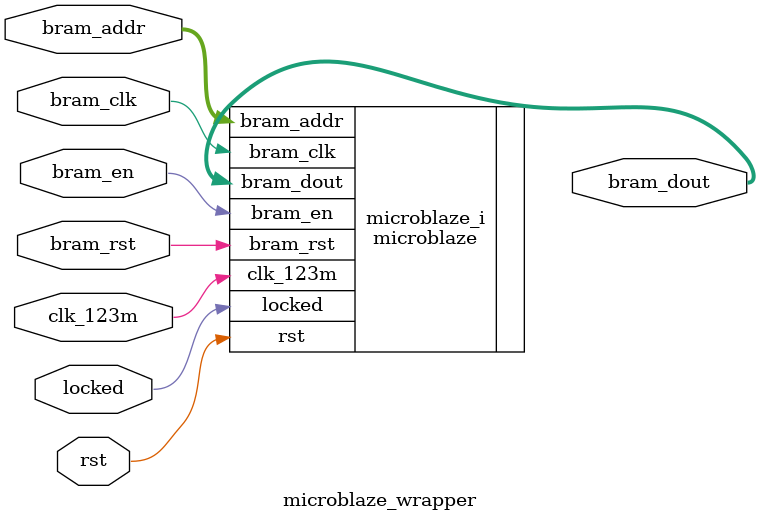
<source format=v>
`timescale 1 ps / 1 ps

module microblaze_wrapper
   (bram_addr,
    bram_clk,
    bram_dout,
    bram_en,
    bram_rst,
    clk_123m,
    locked,
    rst);
  input [31:0]bram_addr;
  input bram_clk;
  output [31:0]bram_dout;
  input bram_en;
  input bram_rst;
  input clk_123m;
  input locked;
  input rst;

  wire [31:0]bram_addr;
  wire bram_clk;
  wire [31:0]bram_dout;
  wire bram_en;
  wire bram_rst;
  wire clk_123m;
  wire locked;
  wire rst;

  microblaze microblaze_i
       (.bram_addr(bram_addr),
        .bram_clk(bram_clk),
        .bram_dout(bram_dout),
        .bram_en(bram_en),
        .bram_rst(bram_rst),
        .clk_123m(clk_123m),
        .locked(locked),
        .rst(rst));
endmodule

</source>
